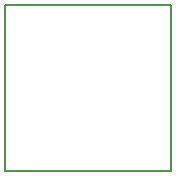
<source format=gbr>
%TF.GenerationSoftware,KiCad,Pcbnew,8.0.6*%
%TF.CreationDate,2025-02-08T19:38:13+00:00*%
%TF.ProjectId,Gateron2Alps,47617465-726f-46e3-9241-6c70732e6b69,rev?*%
%TF.SameCoordinates,Original*%
%TF.FileFunction,Profile,NP*%
%FSLAX46Y46*%
G04 Gerber Fmt 4.6, Leading zero omitted, Abs format (unit mm)*
G04 Created by KiCad (PCBNEW 8.0.6) date 2025-02-08 19:38:13*
%MOMM*%
%LPD*%
G01*
G04 APERTURE LIST*
%TA.AperFunction,Profile*%
%ADD10C,0.200000*%
%TD*%
G04 APERTURE END LIST*
D10*
X113660000Y-79300000D02*
X127670000Y-79300000D01*
X127670000Y-93300000D01*
X113660000Y-93300000D01*
X113660000Y-79300000D01*
M02*

</source>
